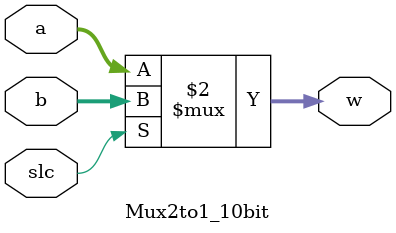
<source format=v>
module Mux2to1_10bit(slc, a, b, w);
    parameter N = 10;
    
    input slc;
    input [N-1:0] a, b;

    output [N-1:0] w;
    
    assign w = ~slc ? a : b;

endmodule

</source>
